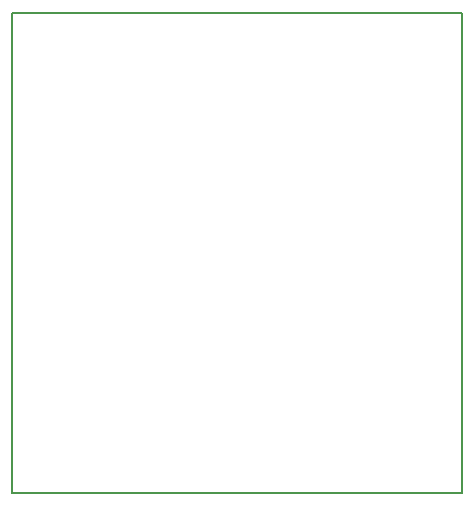
<source format=gbr>
G04 #@! TF.GenerationSoftware,KiCad,Pcbnew,5.0.2-bee76a0~70~ubuntu16.04.1*
G04 #@! TF.CreationDate,2022-01-22T20:55:08+01:00*
G04 #@! TF.ProjectId,Crowbar2,43726f77-6261-4723-922e-6b696361645f,rev?*
G04 #@! TF.SameCoordinates,Original*
G04 #@! TF.FileFunction,Profile,NP*
%FSLAX46Y46*%
G04 Gerber Fmt 4.6, Leading zero omitted, Abs format (unit mm)*
G04 Created by KiCad (PCBNEW 5.0.2-bee76a0~70~ubuntu16.04.1) date lör 22 jan 2022 20:55:08*
%MOMM*%
%LPD*%
G01*
G04 APERTURE LIST*
%ADD10C,0.150000*%
G04 APERTURE END LIST*
D10*
X121920000Y-49530000D02*
X83820000Y-49530000D01*
X121920000Y-90170000D02*
X83820000Y-90170000D01*
X83820000Y-90170000D02*
X83820000Y-49530000D01*
X121920000Y-49530000D02*
X121920000Y-90170000D01*
M02*

</source>
